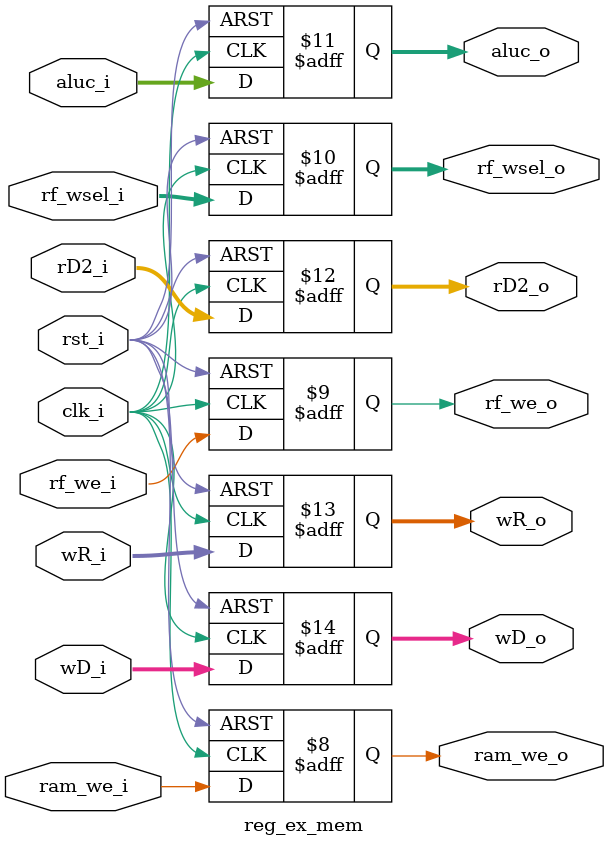
<source format=v>
module reg_ex_mem (
    input wire        clk_i,
    input wire        rst_i,
    input wire [31:0] wD_i,
    input wire [4 :0] wR_i,
    input wire [1 :0] rf_wsel_i,
    input wire        rf_we_i,
    input wire        ram_we_i,
    input wire [31:0] rD2_i,
    input wire [31:0] aluc_i,
    output reg [31:0] wD_o,
    output reg [4 :0] wR_o,
    output reg [31:0] rD2_o,
    output reg [31:0] aluc_o,
    output reg [1 :0] rf_wsel_o,
    output reg        rf_we_o,
    output reg        ram_we_o
);
    
    //数据信号寄存
    always @(posedge clk_i or posedge rst_i) begin
        if (rst_i)    wD_o <= 32'b0;
        else          wD_o <= wD_i;
    end

    always @(posedge clk_i or posedge rst_i) begin
        if (rst_i)    wR_o <= 5'b0;
        else          wR_o <= wR_i;
    end

    always @(posedge clk_i or posedge rst_i) begin
        if (rst_i)    rD2_o <= 32'b0;
        else          rD2_o <= rD2_i;
    end

    always @(posedge clk_i or posedge rst_i) begin
        if (rst_i)    aluc_o <= 32'b0;
        else          aluc_o <= aluc_i;
    end

    //控制信号寄存
    always @(posedge clk_i or posedge rst_i) begin
        if (rst_i)     rf_wsel_o <= 2'b0;
        else           rf_wsel_o <= rf_wsel_i;
    end

    always @(posedge clk_i or posedge rst_i) begin
        if (rst_i)     rf_we_o <= 1'b0;
        else           rf_we_o <= rf_we_i;
    end

    always @(posedge clk_i or posedge rst_i) begin
        if (rst_i)     ram_we_o <= 1'b0;
        else           ram_we_o <= ram_we_i;
    end

endmodule
</source>
